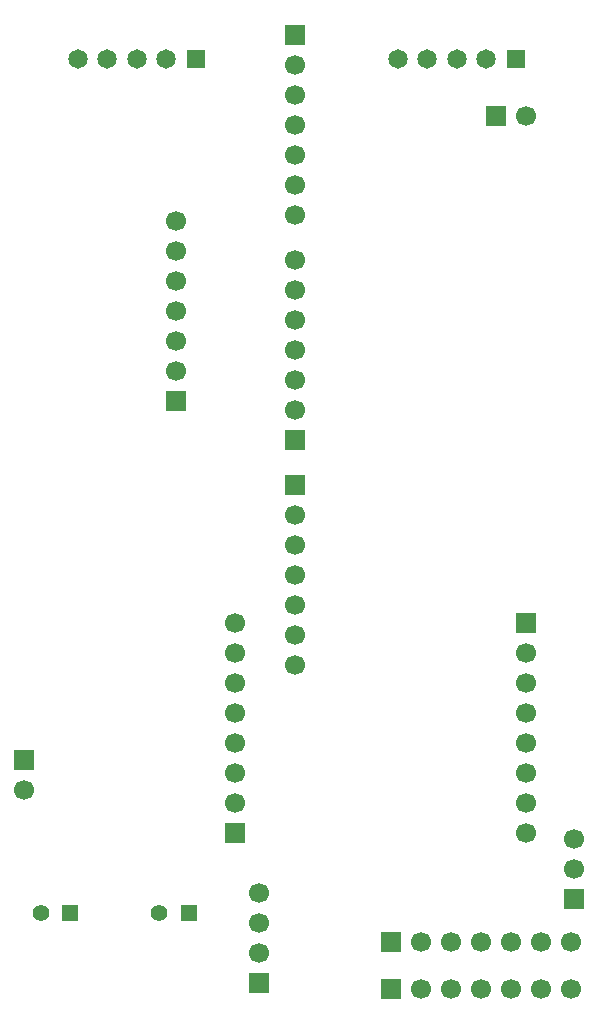
<source format=gbr>
%TF.GenerationSoftware,KiCad,Pcbnew,9.0.2*%
%TF.CreationDate,2025-11-02T21:53:54+09:00*%
%TF.ProjectId,SPC_Noname2,5350435f-4e6f-46e6-916d-65322e6b6963,rev?*%
%TF.SameCoordinates,Original*%
%TF.FileFunction,Soldermask,Top*%
%TF.FilePolarity,Negative*%
%FSLAX46Y46*%
G04 Gerber Fmt 4.6, Leading zero omitted, Abs format (unit mm)*
G04 Created by KiCad (PCBNEW 9.0.2) date 2025-11-02 21:53:54*
%MOMM*%
%LPD*%
G01*
G04 APERTURE LIST*
%ADD10R,1.700000X1.700000*%
%ADD11C,1.700000*%
%ADD12R,1.650000X1.650000*%
%ADD13C,1.650000*%
%ADD14R,1.400000X1.400000*%
%ADD15C,1.400000*%
G04 APERTURE END LIST*
D10*
%TO.C,J5*%
X203454000Y-138176000D03*
D11*
X205994000Y-138176000D03*
X208534000Y-138176000D03*
X211074000Y-138176000D03*
X213614000Y-138176000D03*
X216154000Y-138176000D03*
X218694000Y-138176000D03*
%TD*%
D12*
%TO.C,J1*%
X214002000Y-59436000D03*
D13*
X211502000Y-59436000D03*
X209002000Y-59436000D03*
X206502000Y-59436000D03*
X204002000Y-59436000D03*
%TD*%
D10*
%TO.C,J14*%
X172385000Y-118830000D03*
D11*
X172385000Y-121370000D03*
%TD*%
D10*
%TO.C,J10*%
X195326000Y-91694000D03*
D11*
X195326000Y-89154000D03*
X195326000Y-86614000D03*
X195326000Y-84074000D03*
X195326000Y-81534000D03*
X195326000Y-78994000D03*
X195326000Y-76454000D03*
%TD*%
D10*
%TO.C,J9*%
X214884000Y-107188000D03*
D11*
X214884000Y-109728000D03*
X214884000Y-112268000D03*
X214884000Y-114808000D03*
X214884000Y-117348000D03*
X214884000Y-119888000D03*
X214884000Y-122428000D03*
X214884000Y-124968000D03*
%TD*%
D10*
%TO.C,D1*%
X212344000Y-64262000D03*
D11*
X214884000Y-64262000D03*
%TD*%
D10*
%TO.C,J7*%
X203454000Y-134266000D03*
D11*
X205994000Y-134266000D03*
X208534000Y-134266000D03*
X211074000Y-134266000D03*
X213614000Y-134266000D03*
X216154000Y-134266000D03*
X218694000Y-134266000D03*
%TD*%
D12*
%TO.C,J12*%
X186904000Y-59436000D03*
D13*
X184404000Y-59436000D03*
X181904000Y-59436000D03*
X179404000Y-59436000D03*
X176904000Y-59436000D03*
%TD*%
D14*
%TO.C,J3*%
X186305000Y-131754000D03*
D15*
X183805000Y-131754000D03*
%TD*%
D10*
%TO.C,J8*%
X190246000Y-124968000D03*
D11*
X190246000Y-122428000D03*
X190246000Y-119888000D03*
X190246000Y-117348000D03*
X190246000Y-114808000D03*
X190246000Y-112268000D03*
X190246000Y-109728000D03*
X190246000Y-107188000D03*
%TD*%
D10*
%TO.C,J13*%
X192278000Y-137668000D03*
D11*
X192278000Y-135128000D03*
X192278000Y-132588000D03*
X192278000Y-130048000D03*
%TD*%
D10*
%TO.C,J11*%
X195326000Y-95504000D03*
D11*
X195326000Y-98044000D03*
X195326000Y-100584000D03*
X195326000Y-103124000D03*
X195326000Y-105664000D03*
X195326000Y-108204000D03*
X195326000Y-110744000D03*
%TD*%
D10*
%TO.C,J4*%
X185210000Y-88460000D03*
D11*
X185210000Y-85920000D03*
X185210000Y-83380000D03*
X185210000Y-80840000D03*
X185210000Y-78300000D03*
X185210000Y-75760000D03*
X185210000Y-73220000D03*
%TD*%
D10*
%TO.C,J6*%
X218948000Y-130556000D03*
D11*
X218948000Y-128016000D03*
X218948000Y-125476000D03*
%TD*%
D10*
%TO.C,J16*%
X195326000Y-57404000D03*
D11*
X195326000Y-59944000D03*
X195326000Y-62484000D03*
X195326000Y-65024000D03*
X195326000Y-67564000D03*
X195326000Y-70104000D03*
X195326000Y-72644000D03*
%TD*%
D14*
%TO.C,J2*%
X176281000Y-131754000D03*
D15*
X173781000Y-131754000D03*
%TD*%
M02*

</source>
